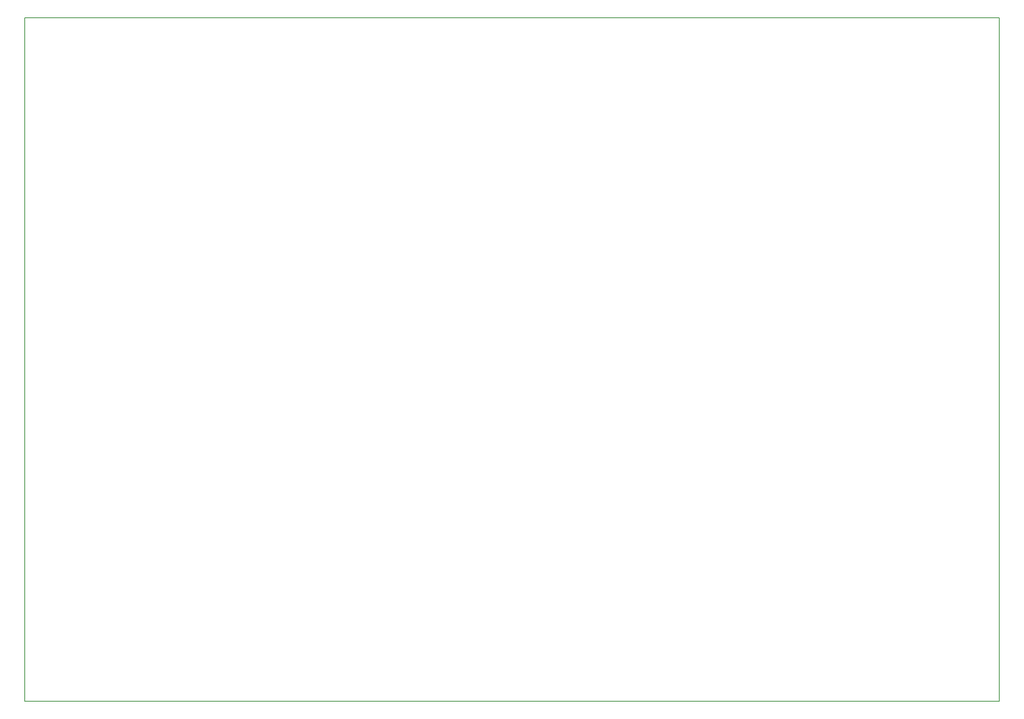
<source format=gko>
G04*
G04 #@! TF.GenerationSoftware,Altium Limited,Altium Designer,22.5.1 (42)*
G04*
G04 Layer_Color=16711935*
%FSLAX44Y44*%
%MOMM*%
G71*
G04*
G04 #@! TF.SameCoordinates,C796FD1A-AD25-48EF-AA2C-5B7F1B644D0D*
G04*
G04*
G04 #@! TF.FilePolarity,Positive*
G04*
G01*
G75*
%ADD12C,0.2000*%
D12*
X-1444737Y155966D02*
X690263D01*
X690263Y-1344034D01*
X-1444737D02*
X690263D01*
X-1444737D02*
Y155966D01*
M02*

</source>
